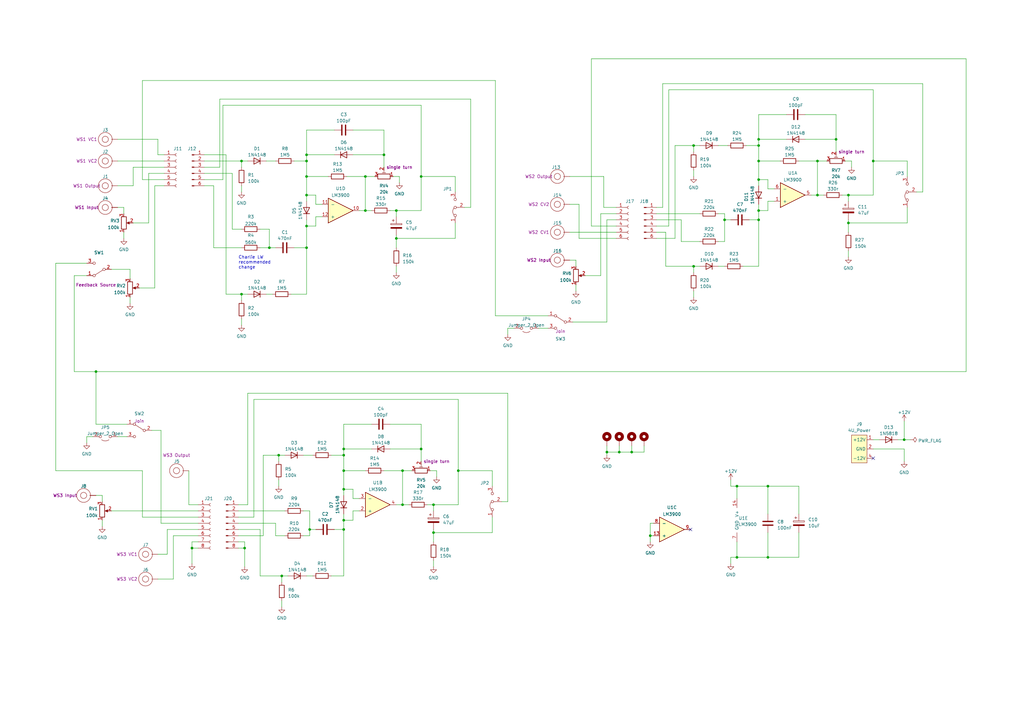
<source format=kicad_sch>
(kicad_sch (version 20230121) (generator eeschema)
  (paper "A3")
  (title_block (title "SergeTriple Waveshaper") (date "2023-10-09") (rev "r02"))
  (junction (at 370.84 180.34))
  (junction (at 248.92 185.42))
  (junction (at 99.06 66.04))
  (junction (at 149.86 72.39))
  (junction (at 127 217.17))
  (junction (at 162.56 97.79))
  (junction (at 311.15 86.36))
  (junction (at 110.49 101.6))
  (junction (at 165.1 207.01))
  (junction (at 125.73 80.01))
  (junction (at 335.28 66.04))
  (junction (at 172.72 184.15))
  (junction (at 311.15 66.04))
  (junction (at 342.9 57.15))
  (junction (at 335.28 80.01))
  (junction (at 115.57 236.22))
  (junction (at 302.26 228.6))
  (junction (at 99.06 120.65))
  (junction (at 114.3 186.69))
  (junction (at 177.8 207.01))
  (junction (at 311.15 73.66))
  (junction (at 149.86 86.36))
  (junction (at 140.97 184.15))
  (junction (at 311.15 59.69))
  (junction (at 162.56 86.36))
  (junction (at 125.73 63.5))
  (junction (at 347.98 91.44))
  (junction (at 157.48 63.5))
  (junction (at 284.48 59.69))
  (junction (at 125.73 92.71))
  (junction (at 177.8 218.44))
  (junction (at 125.73 72.39))
  (junction (at 125.73 101.6))
  (junction (at 311.15 57.15))
  (junction (at 311.15 90.17))
  (junction (at 314.96 199.39))
  (junction (at 358.14 66.04))
  (junction (at 140.97 200.66))
  (junction (at 100.33 224.79))
  (junction (at 187.96 193.04))
  (junction (at 140.97 186.69))
  (junction (at 259.08 185.42))
  (junction (at 302.26 199.39))
  (junction (at 140.97 193.04))
  (junction (at 254 185.42))
  (junction (at 165.1 193.04))
  (junction (at 140.97 217.17))
  (junction (at 140.97 213.36))
  (junction (at 39.37 152.4))
  (junction (at 266.7 219.71))
  (junction (at 78.74 224.79))
  (junction (at 314.96 228.6))
  (junction (at 284.48 109.22))
  (junction (at 125.73 66.04))
  (junction (at 172.72 72.39))
  (junction (at 347.98 80.01))
  (junction (at 297.18 90.17))
  (no_connect (at 283.21 217.17))
  (no_connect (at 358.14 187.96))
  (wire (pts (xy 35.56 179.07) (xy 35.56 181.61)))
  (wire (pts (xy 129.54 80.01) (xy 129.54 83.82)))
  (wire (pts (xy 254 182.88) (xy 254 185.42)))
  (wire (pts (xy 248.92 90.17) (xy 248.92 132.08)))
  (wire (pts (xy 177.8 218.44) (xy 177.8 222.25)))
  (wire (pts (xy 165.1 207.01) (xy 167.64 207.01)))
  (wire (pts (xy 125.73 101.6) (xy 125.73 120.65)))
  (wire (pts (xy 236.22 116.84) (xy 236.22 119.38)))
  (wire (pts (xy 172.72 72.39) (xy 172.72 43.18)))
  (wire (pts (xy 144.78 209.55) (xy 144.78 213.36)))
  (wire (pts (xy 284.48 69.85) (xy 284.48 72.39)))
  (wire (pts (xy 279.4 90.17) (xy 269.24 90.17)))
  (wire (pts (xy 140.97 210.82) (xy 140.97 213.36)))
  (wire (pts (xy 172.72 43.18) (xy 91.44 43.18)))
  (wire (pts (xy 115.57 246.38) (xy 115.57 248.92)))
  (wire (pts (xy 284.48 109.22) (xy 287.02 109.22)))
  (wire (pts (xy 302.26 199.39) (xy 302.26 204.47)))
  (wire (pts (xy 39.37 203.2) (xy 41.91 203.2)))
  (wire (pts (xy 97.79 222.25) (xy 100.33 222.25)))
  (wire (pts (xy 187.96 193.04) (xy 201.93 193.04)))
  (wire (pts (xy 370.84 180.34) (xy 370.84 172.72)))
  (wire (pts (xy 64.77 63.5) (xy 67.31 63.5)))
  (wire (pts (xy 358.14 66.04) (xy 372.11 66.04)))
  (wire (pts (xy 58.42 193.04) (xy 58.42 212.09)))
  (wire (pts (xy 140.97 186.69) (xy 140.97 193.04)))
  (wire (pts (xy 87.63 101.6) (xy 99.06 101.6)))
  (wire (pts (xy 347.98 91.44) (xy 372.11 91.44)))
  (wire (pts (xy 140.97 203.2) (xy 140.97 200.66)))
  (wire (pts (xy 162.56 207.01) (xy 165.1 207.01)))
  (wire (pts (xy 125.73 82.55) (xy 125.73 80.01)))
  (wire (pts (xy 311.15 73.66) (xy 314.96 73.66)))
  (wire (pts (xy 246.38 87.63) (xy 246.38 113.03)))
  (wire (pts (xy 99.06 120.65) (xy 101.6 120.65)))
  (wire (pts (xy 53.34 110.49) (xy 53.34 114.3)))
  (wire (pts (xy 157.48 63.5) (xy 157.48 68.58)))
  (wire (pts (xy 77.47 193.04) (xy 77.47 207.01)))
  (wire (pts (xy 396.24 24.13) (xy 396.24 152.4)))
  (wire (pts (xy 347.98 91.44) (xy 347.98 95.25)))
  (wire (pts (xy 83.82 63.5) (xy 92.71 63.5)))
  (wire (pts (xy 140.97 217.17) (xy 137.16 217.17)))
  (wire (pts (xy 144.78 63.5) (xy 157.48 63.5)))
  (wire (pts (xy 162.56 97.79) (xy 162.56 101.6)))
  (wire (pts (xy 99.06 130.81) (xy 99.06 133.35)))
  (wire (pts (xy 140.97 193.04) (xy 149.86 193.04)))
  (wire (pts (xy 311.15 59.69) (xy 311.15 66.04)))
  (wire (pts (xy 48.26 85.09) (xy 50.8 85.09)))
  (wire (pts (xy 125.73 63.5) (xy 137.16 63.5)))
  (wire (pts (xy 39.37 173.99) (xy 52.07 173.99)))
  (wire (pts (xy 83.82 73.66) (xy 91.44 73.66)))
  (wire (pts (xy 99.06 76.2) (xy 99.06 78.74)))
  (wire (pts (xy 220.98 134.62) (xy 224.79 134.62)))
  (wire (pts (xy 124.46 186.69) (xy 128.27 186.69)))
  (wire (pts (xy 22.86 193.04) (xy 22.86 107.95)))
  (wire (pts (xy 119.38 120.65) (xy 125.73 120.65)))
  (wire (pts (xy 276.86 97.79) (xy 269.24 97.79)))
  (wire (pts (xy 83.82 76.2) (xy 87.63 76.2)))
  (wire (pts (xy 140.97 173.99) (xy 140.97 184.15)))
  (wire (pts (xy 45.72 110.49) (xy 53.34 110.49)))
  (wire (pts (xy 127 217.17) (xy 129.54 217.17)))
  (wire (pts (xy 297.18 87.63) (xy 297.18 90.17)))
  (wire (pts (xy 92.71 120.65) (xy 99.06 120.65)))
  (wire (pts (xy 140.97 236.22) (xy 140.97 217.17)))
  (wire (pts (xy 48.26 76.2) (xy 54.61 76.2)))
  (wire (pts (xy 92.71 63.5) (xy 92.71 120.65)))
  (wire (pts (xy 358.14 180.34) (xy 360.68 180.34)))
  (wire (pts (xy 358.14 66.04) (xy 358.14 36.83)))
  (wire (pts (xy 87.63 76.2) (xy 87.63 101.6)))
  (wire (pts (xy 264.16 185.42) (xy 259.08 185.42)))
  (wire (pts (xy 330.2 57.15) (xy 342.9 57.15)))
  (wire (pts (xy 160.02 173.99) (xy 172.72 173.99)))
  (wire (pts (xy 152.4 173.99) (xy 140.97 173.99)))
  (wire (pts (xy 284.48 59.69) (xy 284.48 62.23)))
  (wire (pts (xy 297.18 90.17) (xy 299.72 90.17)))
  (wire (pts (xy 64.77 227.33) (xy 68.58 227.33)))
  (wire (pts (xy 236.22 106.68) (xy 236.22 109.22)))
  (wire (pts (xy 132.08 88.9) (xy 129.54 88.9)))
  (wire (pts (xy 97.79 209.55) (xy 116.84 209.55)))
  (wire (pts (xy 266.7 214.63) (xy 266.7 219.71)))
  (wire (pts (xy 58.42 212.09) (xy 81.28 212.09)))
  (wire (pts (xy 115.57 236.22) (xy 118.11 236.22)))
  (wire (pts (xy 30.48 152.4) (xy 39.37 152.4)))
  (wire (pts (xy 66.04 214.63) (xy 81.28 214.63)))
  (wire (pts (xy 314.96 82.55) (xy 314.96 86.36)))
  (wire (pts (xy 162.56 96.52) (xy 162.56 97.79)))
  (wire (pts (xy 311.15 86.36) (xy 311.15 90.17)))
  (wire (pts (xy 284.48 59.69) (xy 287.02 59.69)))
  (wire (pts (xy 347.98 80.01) (xy 347.98 82.55)))
  (wire (pts (xy 39.37 152.4) (xy 396.24 152.4)))
  (wire (pts (xy 210.82 134.62) (xy 208.28 134.62)))
  (wire (pts (xy 135.89 236.22) (xy 140.97 236.22)))
  (wire (pts (xy 372.11 91.44) (xy 372.11 85.09)))
  (wire (pts (xy 38.1 179.07) (xy 35.56 179.07)))
  (wire (pts (xy 172.72 184.15) (xy 172.72 189.23)))
  (wire (pts (xy 247.65 85.09) (xy 252.73 85.09)))
  (wire (pts (xy 335.28 80.01) (xy 337.82 80.01)))
  (wire (pts (xy 311.15 57.15) (xy 311.15 59.69)))
  (wire (pts (xy 58.42 193.04) (xy 22.86 193.04)))
  (wire (pts (xy 83.82 71.12) (xy 95.25 71.12)))
  (wire (pts (xy 187.96 207.01) (xy 187.96 193.04)))
  (wire (pts (xy 157.48 193.04) (xy 165.1 193.04)))
  (wire (pts (xy 129.54 92.71) (xy 125.73 92.71)))
  (wire (pts (xy 267.97 214.63) (xy 266.7 214.63)))
  (wire (pts (xy 242.57 24.13) (xy 396.24 24.13)))
  (wire (pts (xy 144.78 213.36) (xy 140.97 213.36)))
  (wire (pts (xy 68.58 217.17) (xy 68.58 227.33)))
  (wire (pts (xy 125.73 236.22) (xy 128.27 236.22)))
  (wire (pts (xy 22.86 107.95) (xy 35.56 107.95)))
  (wire (pts (xy 314.96 218.44) (xy 314.96 228.6)))
  (wire (pts (xy 311.15 57.15) (xy 322.58 57.15)))
  (wire (pts (xy 58.42 33.02) (xy 58.42 73.66)))
  (wire (pts (xy 95.25 71.12) (xy 95.25 93.98)))
  (wire (pts (xy 114.3 186.69) (xy 114.3 189.23)))
  (wire (pts (xy 254 185.42) (xy 248.92 185.42)))
  (wire (pts (xy 299.72 228.6) (xy 299.72 231.14)))
  (wire (pts (xy 160.02 86.36) (xy 162.56 86.36)))
  (wire (pts (xy 100.33 222.25) (xy 100.33 224.79)))
  (wire (pts (xy 187.96 163.83) (xy 104.14 163.83)))
  (wire (pts (xy 77.47 207.01) (xy 81.28 207.01)))
  (wire (pts (xy 54.61 76.2) (xy 54.61 68.58)))
  (wire (pts (xy 314.96 199.39) (xy 327.66 199.39)))
  (wire (pts (xy 233.68 95.25) (xy 252.73 95.25)))
  (wire (pts (xy 284.48 119.38) (xy 284.48 121.92)))
  (wire (pts (xy 172.72 72.39) (xy 186.69 72.39)))
  (wire (pts (xy 45.72 209.55) (xy 81.28 209.55)))
  (wire (pts (xy 304.8 109.22) (xy 311.15 109.22)))
  (wire (pts (xy 248.92 90.17) (xy 252.73 90.17)))
  (wire (pts (xy 248.92 182.88) (xy 248.92 185.42)))
  (wire (pts (xy 269.24 87.63) (xy 287.02 87.63)))
  (wire (pts (xy 186.69 97.79) (xy 186.69 91.44)))
  (wire (pts (xy 322.58 46.99) (xy 311.15 46.99)))
  (wire (pts (xy 41.91 203.2) (xy 41.91 205.74)))
  (wire (pts (xy 203.2 33.02) (xy 203.2 129.54)))
  (wire (pts (xy 100.33 224.79) (xy 100.33 232.41)))
  (wire (pts (xy 57.15 118.11) (xy 63.5 118.11)))
  (wire (pts (xy 233.68 72.39) (xy 247.65 72.39)))
  (wire (pts (xy 83.82 66.04) (xy 99.06 66.04)))
  (wire (pts (xy 107.95 186.69) (xy 114.3 186.69)))
  (wire (pts (xy 162.56 86.36) (xy 162.56 88.9)))
  (wire (pts (xy 242.57 24.13) (xy 242.57 92.71)))
  (wire (pts (xy 54.61 91.44) (xy 60.96 91.44)))
  (wire (pts (xy 110.49 101.6) (xy 113.03 101.6)))
  (wire (pts (xy 311.15 66.04) (xy 320.04 66.04)))
  (wire (pts (xy 106.68 101.6) (xy 110.49 101.6)))
  (wire (pts (xy 294.64 109.22) (xy 297.18 109.22)))
  (wire (pts (xy 335.28 66.04) (xy 335.28 80.01)))
  (wire (pts (xy 276.86 59.69) (xy 276.86 97.79)))
  (wire (pts (xy 67.31 73.66) (xy 58.42 73.66)))
  (wire (pts (xy 349.25 66.04) (xy 346.71 66.04)))
  (wire (pts (xy 358.14 184.15) (xy 370.84 184.15)))
  (wire (pts (xy 124.46 209.55) (xy 127 209.55)))
  (wire (pts (xy 99.06 120.65) (xy 99.06 123.19)))
  (wire (pts (xy 370.84 184.15) (xy 370.84 189.23)))
  (wire (pts (xy 140.97 193.04) (xy 140.97 200.66)))
  (wire (pts (xy 311.15 109.22) (xy 311.15 90.17)))
  (wire (pts (xy 163.83 72.39) (xy 161.29 72.39)))
  (wire (pts (xy 78.74 222.25) (xy 78.74 224.79)))
  (wire (pts (xy 271.78 34.29) (xy 378.46 34.29)))
  (wire (pts (xy 149.86 86.36) (xy 152.4 86.36)))
  (wire (pts (xy 60.96 71.12) (xy 60.96 91.44)))
  (wire (pts (xy 271.78 85.09) (xy 271.78 34.29)))
  (wire (pts (xy 106.68 236.22) (xy 115.57 236.22)))
  (wire (pts (xy 314.96 86.36) (xy 311.15 86.36)))
  (wire (pts (xy 157.48 53.34) (xy 157.48 63.5)))
  (wire (pts (xy 302.26 228.6) (xy 314.96 228.6)))
  (wire (pts (xy 144.78 53.34) (xy 157.48 53.34)))
  (wire (pts (xy 58.42 33.02) (xy 203.2 33.02)))
  (wire (pts (xy 95.25 93.98) (xy 99.06 93.98)))
  (wire (pts (xy 327.66 218.44) (xy 327.66 228.6)))
  (wire (pts (xy 190.5 85.09) (xy 193.04 85.09)))
  (wire (pts (xy 314.96 73.66) (xy 314.96 77.47)))
  (wire (pts (xy 50.8 85.09) (xy 50.8 87.63)))
  (wire (pts (xy 269.24 95.25) (xy 273.05 95.25)))
  (wire (pts (xy 342.9 46.99) (xy 342.9 57.15)))
  (wire (pts (xy 125.73 66.04) (xy 125.73 72.39)))
  (wire (pts (xy 142.24 72.39) (xy 149.86 72.39)))
  (wire (pts (xy 266.7 219.71) (xy 266.7 222.25)))
  (wire (pts (xy 147.32 209.55) (xy 144.78 209.55)))
  (wire (pts (xy 66.04 176.53) (xy 66.04 214.63)))
  (wire (pts (xy 97.79 212.09) (xy 104.14 212.09)))
  (wire (pts (xy 294.64 59.69) (xy 298.45 59.69)))
  (wire (pts (xy 127 209.55) (xy 127 217.17)))
  (wire (pts (xy 297.18 90.17) (xy 297.18 99.06)))
  (wire (pts (xy 97.79 214.63) (xy 113.03 214.63)))
  (wire (pts (xy 179.07 195.58) (xy 179.07 193.04)))
  (wire (pts (xy 48.26 66.04) (xy 67.31 66.04)))
  (wire (pts (xy 240.03 113.03) (xy 246.38 113.03)))
  (wire (pts (xy 62.23 176.53) (xy 66.04 176.53)))
  (wire (pts (xy 311.15 90.17) (xy 307.34 90.17)))
  (wire (pts (xy 179.07 193.04) (xy 176.53 193.04)))
  (wire (pts (xy 266.7 219.71) (xy 267.97 219.71)))
  (wire (pts (xy 233.68 106.68) (xy 236.22 106.68)))
  (wire (pts (xy 147.32 86.36) (xy 149.86 86.36)))
  (wire (pts (xy 233.68 83.82) (xy 237.49 83.82)))
  (wire (pts (xy 140.97 213.36) (xy 140.97 217.17)))
  (wire (pts (xy 242.57 92.71) (xy 252.73 92.71)))
  (wire (pts (xy 124.46 219.71) (xy 127 219.71)))
  (wire (pts (xy 248.92 185.42) (xy 248.92 186.69)))
  (wire (pts (xy 30.48 113.03) (xy 35.56 113.03)))
  (wire (pts (xy 284.48 109.22) (xy 284.48 111.76)))
  (wire (pts (xy 104.14 163.83) (xy 104.14 212.09)))
  (wire (pts (xy 335.28 66.04) (xy 339.09 66.04)))
  (wire (pts (xy 106.68 93.98) (xy 110.49 93.98)))
  (wire (pts (xy 347.98 90.17) (xy 347.98 91.44)))
  (wire (pts (xy 101.6 161.29) (xy 101.6 207.01)))
  (wire (pts (xy 237.49 83.82) (xy 237.49 97.79)))
  (wire (pts (xy 127 217.17) (xy 127 219.71)))
  (wire (pts (xy 187.96 193.04) (xy 187.96 163.83)))
  (wire (pts (xy 78.74 224.79) (xy 81.28 224.79)))
  (wire (pts (xy 358.14 80.01) (xy 358.14 66.04)))
  (wire (pts (xy 144.78 200.66) (xy 144.78 204.47)))
  (wire (pts (xy 264.16 182.88) (xy 264.16 185.42)))
  (wire (pts (xy 294.64 99.06) (xy 297.18 99.06)))
  (wire (pts (xy 203.2 129.54) (xy 224.79 129.54)))
  (wire (pts (xy 314.96 228.6) (xy 327.66 228.6)))
  (wire (pts (xy 317.5 82.55) (xy 314.96 82.55)))
  (wire (pts (xy 358.14 36.83) (xy 274.32 36.83)))
  (wire (pts (xy 125.73 53.34) (xy 125.73 63.5)))
  (wire (pts (xy 378.46 34.29) (xy 378.46 78.74)))
  (wire (pts (xy 135.89 186.69) (xy 140.97 186.69)))
  (wire (pts (xy 125.73 90.17) (xy 125.73 92.71)))
  (wire (pts (xy 332.74 80.01) (xy 335.28 80.01)))
  (wire (pts (xy 41.91 213.36) (xy 41.91 215.9)))
  (wire (pts (xy 269.24 85.09) (xy 271.78 85.09)))
  (wire (pts (xy 140.97 184.15) (xy 152.4 184.15)))
  (wire (pts (xy 208.28 161.29) (xy 208.28 205.74)))
  (wire (pts (xy 177.8 207.01) (xy 177.8 209.55)))
  (wire (pts (xy 90.17 40.64) (xy 90.17 68.58)))
  (wire (pts (xy 64.77 237.49) (xy 71.12 237.49)))
  (wire (pts (xy 78.74 224.79) (xy 78.74 231.14)))
  (wire (pts (xy 30.48 152.4) (xy 30.48 113.03)))
  (wire (pts (xy 99.06 66.04) (xy 101.6 66.04)))
  (wire (pts (xy 110.49 101.6) (xy 110.49 93.98)))
  (wire (pts (xy 107.95 186.69) (xy 107.95 219.71)))
  (wire (pts (xy 370.84 180.34) (xy 373.38 180.34)))
  (wire (pts (xy 177.8 218.44) (xy 201.93 218.44)))
  (wire (pts (xy 120.65 101.6) (xy 125.73 101.6)))
  (wire (pts (xy 114.3 186.69) (xy 116.84 186.69)))
  (wire (pts (xy 327.66 199.39) (xy 327.66 210.82)))
  (wire (pts (xy 311.15 46.99) (xy 311.15 57.15)))
  (wire (pts (xy 81.28 219.71) (xy 71.12 219.71)))
  (wire (pts (xy 175.26 207.01) (xy 177.8 207.01)))
  (wire (pts (xy 368.3 180.34) (xy 370.84 180.34)))
  (wire (pts (xy 48.26 57.15) (xy 64.77 57.15)))
  (wire (pts (xy 140.97 200.66) (xy 144.78 200.66)))
  (wire (pts (xy 247.65 72.39) (xy 247.65 85.09)))
  (wire (pts (xy 299.72 228.6) (xy 302.26 228.6)))
  (wire (pts (xy 91.44 43.18) (xy 91.44 73.66)))
  (wire (pts (xy 345.44 80.01) (xy 347.98 80.01)))
  (wire (pts (xy 114.3 196.85) (xy 114.3 199.39)))
  (wire (pts (xy 109.22 66.04) (xy 113.03 66.04)))
  (wire (pts (xy 314.96 199.39) (xy 314.96 210.82)))
  (wire (pts (xy 311.15 83.82) (xy 311.15 86.36)))
  (wire (pts (xy 97.79 207.01) (xy 101.6 207.01)))
  (wire (pts (xy 302.26 222.25) (xy 302.26 228.6)))
  (wire (pts (xy 149.86 72.39) (xy 149.86 86.36)))
  (wire (pts (xy 132.08 83.82) (xy 129.54 83.82)))
  (wire (pts (xy 237.49 97.79) (xy 252.73 97.79)))
  (wire (pts (xy 97.79 219.71) (xy 107.95 219.71)))
  (wire (pts (xy 165.1 193.04) (xy 165.1 207.01)))
  (wire (pts (xy 162.56 109.22) (xy 162.56 111.76)))
  (wire (pts (xy 177.8 217.17) (xy 177.8 218.44)))
  (wire (pts (xy 115.57 236.22) (xy 115.57 238.76)))
  (wire (pts (xy 234.95 132.08) (xy 248.92 132.08)))
  (wire (pts (xy 160.02 184.15) (xy 172.72 184.15)))
  (wire (pts (xy 306.07 59.69) (xy 311.15 59.69)))
  (wire (pts (xy 81.28 217.17) (xy 68.58 217.17)))
  (wire (pts (xy 311.15 66.04) (xy 311.15 73.66)))
  (wire (pts (xy 48.26 179.07) (xy 52.07 179.07)))
  (wire (pts (xy 299.72 199.39) (xy 302.26 199.39)))
  (wire (pts (xy 53.34 121.92) (xy 53.34 124.46)))
  (wire (pts (xy 375.92 78.74) (xy 378.46 78.74)))
  (wire (pts (xy 140.97 184.15) (xy 140.97 186.69)))
  (wire (pts (xy 149.86 72.39) (xy 153.67 72.39)))
  (wire (pts (xy 109.22 120.65) (xy 111.76 120.65)))
  (wire (pts (xy 205.74 205.74) (xy 208.28 205.74)))
  (wire (pts (xy 299.72 196.85) (xy 299.72 199.39)))
  (wire (pts (xy 201.93 218.44) (xy 201.93 212.09)))
  (wire (pts (xy 193.04 40.64) (xy 193.04 85.09)))
  (wire (pts (xy 172.72 86.36) (xy 172.72 72.39)))
  (wire (pts (xy 172.72 173.99) (xy 172.72 184.15)))
  (wire (pts (xy 163.83 74.93) (xy 163.83 72.39)))
  (wire (pts (xy 125.73 92.71) (xy 125.73 101.6)))
  (wire (pts (xy 259.08 182.88) (xy 259.08 185.42)))
  (wire (pts (xy 274.32 36.83) (xy 274.32 92.71)))
  (wire (pts (xy 294.64 87.63) (xy 297.18 87.63)))
  (wire (pts (xy 349.25 68.58) (xy 349.25 66.04)))
  (wire (pts (xy 99.06 66.04) (xy 99.06 68.58)))
  (wire (pts (xy 54.61 68.58) (xy 67.31 68.58)))
  (wire (pts (xy 125.73 80.01) (xy 129.54 80.01)))
  (wire (pts (xy 177.8 229.87) (xy 177.8 232.41)))
  (wire (pts (xy 113.03 214.63) (xy 113.03 219.71)))
  (wire (pts (xy 63.5 76.2) (xy 63.5 118.11)))
  (wire (pts (xy 177.8 207.01) (xy 187.96 207.01)))
  (wire (pts (xy 162.56 97.79) (xy 186.69 97.79)))
  (wire (pts (xy 327.66 66.04) (xy 335.28 66.04)))
  (wire (pts (xy 39.37 152.4) (xy 39.37 173.99)))
  (wire (pts (xy 259.08 185.42) (xy 254 185.42)))
  (wire (pts (xy 97.79 224.79) (xy 100.33 224.79)))
  (wire (pts (xy 60.96 71.12) (xy 67.31 71.12)))
  (wire (pts (xy 372.11 66.04) (xy 372.11 72.39)))
  (wire (pts (xy 125.73 63.5) (xy 125.73 66.04)))
  (wire (pts (xy 162.56 86.36) (xy 172.72 86.36)))
  (wire (pts (xy 208.28 134.62) (xy 208.28 137.16)))
  (wire (pts (xy 186.69 72.39) (xy 186.69 78.74)))
  (wire (pts (xy 106.68 217.17) (xy 106.68 236.22)))
  (wire (pts (xy 246.38 87.63) (xy 252.73 87.63)))
  (wire (pts (xy 273.05 95.25) (xy 273.05 109.22)))
  (wire (pts (xy 125.73 72.39) (xy 125.73 80.01)))
  (wire (pts (xy 342.9 57.15) (xy 342.9 62.23)))
  (wire (pts (xy 125.73 72.39) (xy 134.62 72.39)))
  (wire (pts (xy 71.12 219.71) (xy 71.12 237.49)))
  (wire (pts (xy 63.5 76.2) (xy 67.31 76.2)))
  (wire (pts (xy 279.4 90.17) (xy 279.4 99.06)))
  (wire (pts (xy 302.26 199.39) (xy 314.96 199.39)))
  (wire (pts (xy 147.32 204.47) (xy 144.78 204.47)))
  (wire (pts (xy 347.98 102.87) (xy 347.98 105.41)))
  (wire (pts (xy 137.16 53.34) (xy 125.73 53.34)))
  (wire (pts (xy 279.4 99.06) (xy 287.02 99.06)))
  (wire (pts (xy 273.05 109.22) (xy 284.48 109.22)))
  (wire (pts (xy 81.28 222.25) (xy 78.74 222.25)))
  (wire (pts (xy 90.17 40.64) (xy 193.04 40.64)))
  (wire (pts (xy 50.8 95.25) (xy 50.8 97.79)))
  (wire (pts (xy 317.5 77.47) (xy 314.96 77.47)))
  (wire (pts (xy 276.86 59.69) (xy 284.48 59.69)))
  (wire (pts (xy 274.32 92.71) (xy 269.24 92.71)))
  (wire (pts (xy 97.79 217.17) (xy 106.68 217.17)))
  (wire (pts (xy 120.65 66.04) (xy 125.73 66.04)))
  (wire (pts (xy 201.93 193.04) (xy 201.93 199.39)))
  (wire (pts (xy 330.2 46.99) (xy 342.9 46.99)))
  (wire (pts (xy 165.1 193.04) (xy 168.91 193.04)))
  (wire (pts (xy 101.6 161.29) (xy 208.28 161.29)))
  (wire (pts (xy 311.15 76.2) (xy 311.15 73.66)))
  (wire (pts (xy 64.77 57.15) (xy 64.77 63.5)))
  (wire (pts (xy 129.54 88.9) (xy 129.54 92.71)))
  (wire (pts (xy 113.03 219.71) (xy 116.84 219.71)))
  (wire (pts (xy 347.98 80.01) (xy 358.14 80.01)))
  (wire (pts (xy 83.82 68.58) (xy 90.17 68.58)))
  (text "Charlie LW\nrecommended\nchange" (at 97.79 110.49 0) (effects (font (size 1.27 1.27)) (justify left bottom)))
  (symbol (lib_id "power:GND") (at 248.92 186.69 0) (unit 1)
    (property "Reference" "#PWR0101" (effects hide))
    (property "Value" "GND" (at 248.92 191.2525 0))
  )
  (symbol (lib_id "power:GND") (at 236.22 119.38 0) (unit 1)
    (property "Reference" "#PWR012" (effects hide))
    (property "Value" "GND" (at 236.22 123.9425 0))
  )
  (symbol (lib_id "Switch:SW_SPDT") (at 229.87 132.08 0) (mirror y) (unit 1)
    (property "Reference" "SW3" (at 229.87 138.9675 0))
    (property "Value" "SW_SPDT" (effects hide))
    (property "Footprint" "Rumblesan_Standard_Parts:Toggle_Switch_100SP-M2" (effects hide))
    (property "Name" "Join" (at 229.87 135.89 0))
  )
  (symbol (lib_id "Rumblesan Standard Parts:R") (at 323.85 66.04 270) (unit 1)
    (property "Reference" "R25" (at 323.85 60.96 90))
    (property "Value" "1M5" (at 323.85 63.5 90))
    (property "Footprint" "Rumblesan_Standard_Parts:R_Axial_DIN0207_L6.3mm_D2.5mm_P10.16mm_Horizontal" (effects hide))
    (property "Tolerance" "1%" (effects hide))
    (property "Power" "0.5W" (effects hide))
    (property "Spec" "metal film" (effects hide))
  )
  (symbol (lib_id "power:PWR_FLAG") (at 373.38 180.34 270) (unit 1)
    (property "Reference" "#FLG01" (effects hide))
    (property "Value" "PWR_FLAG" (at 376.555 180.7738 90) (effects (justify left)))
  )
  (symbol (lib_id "Device:D") (at 120.65 186.69 180) (unit 1)
    (property "Reference" "D3" (at 120.65 181.61 0))
    (property "Value" "1N4148" (at 120.65 184.15 0))
    (property "Footprint" "Rumblesan_Standard_Parts:D_DO-35_SOD27_P7.62mm_Horizontal" (effects hide))
    (property "Sim.Device" "D" (effects hide))
    (property "Sim.Pins" "1=K 2=A" (effects hide))
  )
  (symbol (lib_id "Rumblesan Standard Parts:R") (at 116.84 66.04 270) (unit 1)
    (property "Reference" "R8" (at 116.84 60.96 90))
    (property "Value" "1M5" (at 116.84 63.5 90))
    (property "Footprint" "Rumblesan_Standard_Parts:R_Axial_DIN0207_L6.3mm_D2.5mm_P10.16mm_Horizontal" (effects hide))
    (property "Tolerance" "1%" (effects hide))
    (property "Power" "0.5W" (effects hide))
    (property "Spec" "metal film" (effects hide))
  )
  (symbol (lib_id "power:+12V") (at 299.72 196.85 0) (unit 1)
    (property "Reference" "#PWR015" (effects hide))
    (property "Value" "+12V" (at 299.72 193.2455 0))
  )
  (symbol (lib_id "power:GND") (at 347.98 105.41 0) (unit 1)
    (property "Reference" "#PWR017" (effects hide))
    (property "Value" "GND" (at 347.98 109.9725 0))
  )
  (symbol (lib_name "Jumper_3_Bridged12_1") (lib_id "Jumper:Jumper_3_Bridged12") (at 372.11 78.74 90) (unit 1)
    (property "Reference" "JP3" (at 370.84 71.12 90) (effects (justify left)))
    (property "Value" "Jumper_3_Bridged12" (effects hide))
    (property "Footprint" "Connector_PinHeader_2.54mm:PinHeader_1x03_P2.54mm_Vertical" (effects hide))
  )
  (symbol (lib_id "Banana_Jacks:Banana_Socket_PanelMount") (at 43.18 66.04 0) (unit 1)
    (property "Reference" "J2" (at 43.18 62.23 0))
    (property "Value" "Banana Socket PanelMount" (effects hide))
    (property "Footprint" "Rumblesan_Standard_Parts:BananaJack_THT_JohnsonCinch_108-09" (effects hide))
    (property "Vendor" "Mouser" (effects hide))
    (property "SKU" "108-0901-1" (effects hide))
    (property "Note" "BananaJack" (effects hide))
    (property "Name" "WS1 VC2" (at 35.56 66.04 0))
  )
  (symbol (lib_id "Connector:Conn_01x06_Pin") (at 78.74 68.58 0) (unit 1)
    (property "Reference" "J12" (at 78.74 60.96 0))
    (property "Value" "Conn_01x06_Male" (effects hide))
    (property "Footprint" "Connector_PinHeader_2.54mm:PinHeader_1x06_P2.54mm_Vertical" (effects hide))
  )
  (symbol (lib_id "Banana_Jacks:Banana_Socket_PanelMount") (at 72.39 193.04 0) (unit 1)
    (property "Reference" "J5" (at 73.66 189.23 0) (effects (justify right)))
    (property "Value" "Banana Socket PanelMount" (effects hide))
    (property "Footprint" "Rumblesan_Standard_Parts:BananaJack_THT_JohnsonCinch_108-09" (effects hide))
    (property "Vendor" "Mouser" (effects hide))
    (property "SKU" "108-0901-1" (effects hide))
    (property "Note" "BananaJack" (effects hide))
    (property "Name" "WS3 Output" (at 72.39 186.69 0))
  )
  (symbol (lib_id "power:+12V") (at 370.84 172.72 0) (unit 1)
    (property "Reference" "#PWR019" (effects hide))
    (property "Value" "+12V" (at 370.84 169.1155 0))
  )
  (symbol (lib_id "Device:D") (at 121.92 236.22 180) (unit 1)
    (property "Reference" "D4" (at 121.92 231.14 0))
    (property "Value" "1N4148" (at 121.92 233.68 0))
    (property "Footprint" "Rumblesan_Standard_Parts:D_DO-35_SOD27_P7.62mm_Horizontal" (effects hide))
    (property "Sim.Device" "D" (effects hide))
    (property "Sim.Pins" "1=K 2=A" (effects hide))
  )
  (symbol (lib_id "power:GND") (at 115.57 248.92 0) (unit 1)
    (property "Reference" "#PWR07" (effects hide))
    (property "Value" "GND" (at 115.57 253.4825 0))
  )
  (symbol (lib_id "Banana_Jacks:Banana_Socket_PanelMount") (at 59.69 227.33 0) (unit 1)
    (property "Reference" "J7" (at 59.69 223.52 0))
    (property "Value" "Banana Socket PanelMount" (effects hide))
    (property "Footprint" "Rumblesan_Standard_Parts:BananaJack_THT_JohnsonCinch_108-09" (effects hide))
    (property "Vendor" "Mouser" (effects hide))
    (property "SKU" "108-0901-1" (effects hide))
    (property "Note" "BananaJack" (effects hide))
    (property "Name" "WS3 VC1" (at 52.07 227.33 0))
  )
  (symbol (lib_id "power:GND") (at 50.8 97.79 0) (unit 1)
    (property "Reference" "#PWR03" (effects hide))
    (property "Value" "GND" (at 50.8 102.3525 0))
  )
  (symbol (lib_id "Rumblesan Standard Parts:R") (at 300.99 109.22 270) (unit 1)
    (property "Reference" "R23" (at 300.99 104.14 90))
    (property "Value" "1M5" (at 300.99 106.68 90))
    (property "Footprint" "Rumblesan_Standard_Parts:R_Axial_DIN0207_L6.3mm_D2.5mm_P10.16mm_Horizontal" (effects hide))
    (property "Tolerance" "1%" (effects hide))
    (property "Power" "0.5W" (effects hide))
    (property "Spec" "metal film" (effects hide))
  )
  (symbol (lib_id "power:GND") (at 284.48 72.39 0) (unit 1)
    (property "Reference" "#PWR013" (effects hide))
    (property "Value" "GND" (at 284.48 76.9525 0))
  )
  (symbol (lib_id "Banana_Jacks:Banana_Socket_PanelMount") (at 228.6 95.25 0) (unit 1)
    (property "Reference" "J15" (at 228.6 91.44 0))
    (property "Value" "Banana Socket PanelMount" (effects hide))
    (property "Footprint" "Rumblesan_Standard_Parts:BananaJack_THT_JohnsonCinch_108-09" (effects hide))
    (property "Vendor" "Mouser" (effects hide))
    (property "SKU" "108-0901-1" (effects hide))
    (property "Note" "BananaJack" (effects hide))
    (property "Name" "WS2 CV1" (at 220.98 95.25 0))
  )
  (symbol (lib_id "Connector:Conn_01x06_Socket") (at 72.39 68.58 0) (unit 1)
    (property "Reference" "J11" (at 71.12 60.96 0) (effects (justify left)))
    (property "Value" "Conn_01x06_Female" (effects hide))
    (property "Footprint" "Connector_PinSocket_2.54mm:PinSocket_1x06_P2.54mm_Vertical" (effects hide))
  )
  (symbol (lib_id "Rumblesan Standard Parts:C") (at 314.96 214.63 0) (unit 1)
    (property "Reference" "C8" (at 318.77 213.995 0) (effects (justify left)))
    (property "Value" "100nF" (at 318.77 216.535 0) (effects (justify left)))
    (property "Footprint" "Rumblesan_Standard_Parts:C_Rect_L7.0mm_W3.5mm_P5.00mm" (effects hide))
    (property "Spec" "ceramic X7R" (effects hide))
    (property "Tolerance" "5%" (effects hide))
  )
  (symbol (lib_id "Switch:SW_SPDT") (at 40.64 110.49 180) (unit 1)
    (property "Reference" "SW1" (at 40.64 103.6025 0))
    (property "Value" "SW_SPDT" (effects hide))
    (property "Footprint" "Rumblesan_Standard_Parts:Toggle_Switch_100SP-M2" (effects hide))
    (property "Name" "Feedback Source" (at 39.37 116.84 0))
  )
  (symbol (lib_id "Rumblesan Standard Parts:C") (at 116.84 101.6 90) (unit 1)
    (property "Reference" "C1" (at 116.84 95.25 90))
    (property "Value" "470nF" (at 116.84 97.79 90))
    (property "Footprint" "Capacitor_THT:C_Rect_L7.2mm_W8.5mm_P5.00mm_FKP2_FKP2_MKS2_MKP2" (effects hide))
    (property "Spec" "film" (effects hide))
    (property "Tolerance" "5%" (effects hide))
  )
  (symbol (lib_id "Banana_Jacks:Banana_Socket_PanelMount") (at 43.18 76.2 0) (unit 1)
    (property "Reference" "J1" (at 44.45 72.39 0) (effects (justify right)))
    (property "Value" "Banana Socket PanelMount" (effects hide))
    (property "Footprint" "Rumblesan_Standard_Parts:BananaJack_THT_JohnsonCinch_108-09" (effects hide))
    (property "Vendor" "Mouser" (effects hide))
    (property "SKU" "108-0901-1" (effects hide))
    (property "Note" "BananaJack" (effects hide))
    (property "Name" "WS1 Output" (at 35.56 76.2 0))
  )
  (symbol (lib_id "Rumblesan Standard Parts:R") (at 138.43 72.39 270) (unit 1)
    (property "Reference" "R13" (at 138.43 67.31 90))
    (property "Value" "1M5" (at 138.43 69.85 90))
    (property "Footprint" "Rumblesan_Standard_Parts:R_Axial_DIN0207_L6.3mm_D2.5mm_P10.16mm_Horizontal" (effects hide))
    (property "Tolerance" "1%" (effects hide))
    (property "Power" "0.5W" (effects hide))
    (property "Spec" "metal film" (effects hide))
  )
  (symbol (lib_id "Device:D") (at 290.83 59.69 180) (unit 1)
    (property "Reference" "D9" (at 290.83 54.61 0))
    (property "Value" "1N4148" (at 290.83 57.15 0))
    (property "Footprint" "Rumblesan_Standard_Parts:D_DO-35_SOD27_P7.62mm_Horizontal" (effects hide))
    (property "Sim.Device" "D" (effects hide))
    (property "Sim.Pins" "1=K 2=A" (effects hide))
  )
  (symbol (lib_id "Device:D") (at 156.21 184.15 0) (unit 1)
    (property "Reference" "D8" (at 156.21 179.07 0))
    (property "Value" "1N4148" (at 156.21 181.61 0))
    (property "Footprint" "Rumblesan_Standard_Parts:D_DO-35_SOD27_P7.62mm_Horizontal" (effects hide))
    (property "Sim.Device" "D" (effects hide))
    (property "Sim.Pins" "1=K 2=A" (effects hide))
  )
  (symbol (lib_id "Banana_Jacks:Banana_Socket_PanelMount") (at 43.18 57.15 0) (unit 1)
    (property "Reference" "J3" (at 43.18 53.34 0))
    (property "Value" "Banana Socket PanelMount" (effects hide))
    (property "Footprint" "Rumblesan_Standard_Parts:BananaJack_THT_JohnsonCinch_108-09" (effects hide))
    (property "Vendor" "Mouser" (effects hide))
    (property "SKU" "108-0901-1" (effects hide))
    (property "Note" "BananaJack" (effects hide))
    (property "Name" "WS1 VC1" (at 35.56 57.15 0))
  )
  (symbol (lib_id "power:GND") (at 177.8 232.41 0) (unit 1)
    (property "Reference" "#PWR010" (effects hide))
    (property "Value" "GND" (at 177.8 236.9725 0))
  )
  (symbol (lib_id "Mechanical:MountingHole_Pad") (at 264.16 180.34 0) (unit 1) (in_bom no)
    (property "Reference" "H4" (effects hide))
    (property "Value" "MountingHole_Pad" (effects hide))
    (property "Footprint" "MountingHole:MountingHole_3.2mm_M3_Pad" (effects hide))
  )
  (symbol (lib_id "Rumblesan Standard Parts:R") (at 347.98 99.06 0) (unit 1)
    (property "Reference" "R27" (at 350.52 98.425 0) (effects (justify left)))
    (property "Value" "150k" (at 350.52 100.965 0) (effects (justify left)))
    (property "Footprint" "Rumblesan_Standard_Parts:R_Axial_DIN0207_L6.3mm_D2.5mm_P10.16mm_Horizontal" (effects hide))
    (property "Tolerance" "1%" (effects hide))
    (property "Power" "0.5W" (effects hide))
    (property "Spec" "metal film" (effects hide))
  )
  (symbol (lib_id "Banana_Jacks:Banana_Socket_PanelMount") (at 228.6 72.39 0) (unit 1)
    (property "Reference" "J13" (at 229.87 68.58 0) (effects (justify right)))
    (property "Value" "Banana Socket PanelMount" (effects hide))
    (property "Footprint" "Rumblesan_Standard_Parts:BananaJack_THT_JohnsonCinch_108-09" (effects hide))
    (property "Vendor" "Mouser" (effects hide))
    (property "SKU" "108-0901-1" (effects hide))
    (property "Note" "BananaJack" (effects hide))
    (property "Name" "WS2 Output" (at 220.98 72.39 0))
  )
  (symbol (lib_id "Device:D") (at 125.73 86.36 90) (unit 1)
    (property "Reference" "D5" (at 120.65 85.09 0) (effects (justify right)))
    (property "Value" "1N4148" (at 123.19 82.55 0) (effects (justify right)))
    (property "Footprint" "Rumblesan_Standard_Parts:D_DO-35_SOD27_P7.62mm_Horizontal" (effects hide))
    (property "Sim.Device" "D" (effects hide))
    (property "Sim.Pins" "1=K 2=A" (effects hide))
  )
  (symbol (lib_id "Device:D") (at 140.97 207.01 90) (unit 1)
    (property "Reference" "D7" (at 135.89 205.74 0) (effects (justify right)))
    (property "Value" "1N4148" (at 138.43 203.2 0) (effects (justify right)))
    (property "Footprint" "Rumblesan_Standard_Parts:D_DO-35_SOD27_P7.62mm_Horizontal" (effects hide))
    (property "Sim.Device" "D" (effects hide))
    (property "Sim.Pins" "1=K 2=A" (effects hide))
  )
  (symbol (lib_id "Rumblesan Standard Parts:R_Potentiometer_Trim") (at 342.9 66.04 270) (mirror x) (unit 1)
    (property "Reference" "RV7" (at 342.9 69.85 90))
    (property "Value" "20k" (at 342.9 72.39 90))
    (property "Footprint" "Rumblesan_Standard_Parts:Potentiometer_THT_Bourns_3306P_Vertical" (effects hide))
    (property "Spec" "single turn" (at 349.25 62.23 90))
  )
  (symbol (lib_id "Banana_Jacks:Banana_Socket_PanelMount") (at 59.69 237.49 0) (unit 1)
    (property "Reference" "J6" (at 59.69 233.68 0))
    (property "Value" "Banana Socket PanelMount" (effects hide))
    (property "Footprint" "Rumblesan_Standard_Parts:BananaJack_THT_JohnsonCinch_108-09" (effects hide))
    (property "Vendor" "Mouser" (effects hide))
    (property "SKU" "108-0901-1" (effects hide))
    (property "Note" "BananaJack" (effects hide))
    (property "Name" "WS3 VC2" (at 52.07 237.49 0))
  )
  (symbol (lib_id "Rumblesan Standard Parts:R") (at 120.65 209.55 270) (unit 1)
    (property "Reference" "R9" (at 120.65 204.47 90))
    (property "Value" "220k" (at 120.65 207.01 90))
    (property "Footprint" "Rumblesan_Standard_Parts:R_Axial_DIN0207_L6.3mm_D2.5mm_P10.16mm_Horizontal" (effects hide))
    (property "Tolerance" "1%" (effects hide))
    (property "Power" "0.5W" (effects hide))
    (property "Spec" "metal film" (effects hide))
  )
  (symbol (lib_id "Rumblesan Standard Parts:R") (at 132.08 236.22 270) (unit 1)
    (property "Reference" "R11" (at 132.08 231.14 90))
    (property "Value" "1M5" (at 132.08 233.68 90))
    (property "Footprint" "Rumblesan_Standard_Parts:R_Axial_DIN0207_L6.3mm_D2.5mm_P10.16mm_Horizontal" (effects hide))
    (property "Tolerance" "1%" (effects hide))
    (property "Power" "0.5W" (effects hide))
    (property "Spec" "metal film" (effects hide))
  )
  (symbol (lib_id "OpAmps:LM3900") (at 275.59 217.17 0) (mirror x) (unit 3)
    (property "Reference" "U1" (at 275.59 208.1235 0))
    (property "Value" "LM3900" (at 275.59 210.8986 0))
    (property "Footprint" "Rumblesan_Standard_Parts:DIP-14_W7.62mm_Socket" (effects hide))
    (property "Datasheet" "https://www.ti.com/lit/ds/symlink/lm3900.pdf" (effects hide))
  )
  (symbol (lib_id "Rumblesan Standard Parts:R") (at 102.87 93.98 270) (unit 1)
    (property "Reference" "R3" (at 102.87 88.9 90))
    (property "Value" "220k" (at 102.87 91.7726 90))
    (property "Footprint" "Rumblesan_Standard_Parts:R_Axial_DIN0207_L6.3mm_D2.5mm_P10.16mm_Horizontal" (effects hide))
    (property "Tolerance" "1%" (effects hide))
    (property "Power" "0.5W" (effects hide))
    (property "Spec" "metal film" (effects hide))
  )
  (symbol (lib_id "Rumblesan Standard Parts:R") (at 290.83 99.06 270) (unit 1)
    (property "Reference" "R22" (at 290.83 93.98 90))
    (property "Value" "220k" (at 290.83 96.52 90))
    (property "Footprint" "Rumblesan_Standard_Parts:R_Axial_DIN0207_L6.3mm_D2.5mm_P10.16mm_Horizontal" (effects hide))
    (property "Tolerance" "1%" (effects hide))
    (property "Power" "0.5W" (effects hide))
    (property "Spec" "metal film" (effects hide))
  )
  (symbol (lib_id "power:GND") (at 349.25 68.58 0) (unit 1)
    (property "Reference" "#PWR018" (effects hide))
    (property "Value" "GND" (at 349.25 73.1425 0))
  )
  (symbol (lib_id "Jumper:Jumper_2_Open") (at 43.18 179.07 180) (unit 1)
    (property "Reference" "JP5" (at 43.18 175.26 0))
    (property "Value" "Jumper_2_Open" (at 43.18 177.8 0))
    (property "Footprint" "Jumper:SolderJumper-2_P1.3mm_Open_Pad1.0x1.5mm" (effects hide))
  )
  (symbol (lib_id "power:GND") (at 179.07 195.58 0) (unit 1)
    (property "Reference" "#PWR011" (effects hide))
    (property "Value" "GND" (at 179.07 200.1425 0))
  )
  (symbol (lib_id "Connector:Conn_01x06_Pin") (at 264.16 90.17 0) (unit 1)
    (property "Reference" "J18" (at 264.16 82.55 0))
    (property "Value" "Conn_01x06_Male" (effects hide))
    (property "Footprint" "Connector_PinHeader_2.54mm:PinHeader_1x06_P2.54mm_Vertical" (effects hide))
  )
  (symbol (lib_id "Rumblesan Standard Parts:R") (at 114.3 193.04 0) (unit 1)
    (property "Reference" "R5" (at 116.84 192.405 0) (effects (justify left)))
    (property "Value" "100k" (at 116.84 194.945 0) (effects (justify left)))
    (property "Footprint" "Rumblesan_Standard_Parts:R_Axial_DIN0207_L6.3mm_D2.5mm_P10.16mm_Horizontal" (effects hide))
    (property "Tolerance" "1%" (effects hide))
    (property "Power" "0.5W" (effects hide))
    (property "Spec" "metal film" (effects hide))
  )
  (symbol (lib_id "Device:R_Potentiometer") (at 50.8 91.44 0) (mirror x) (unit 1)
    (property "Reference" "RV3" (at 49.0221 90.5315 0) (effects (justify right)))
    (property "Value" "100k" (at 49.0221 93.3066 0) (effects (justify right)))
    (property "Footprint" "Rumblesan_Standard_Parts:Potentiometer_Alpha_RD901F-40-00D_Single_Vertical" (effects hide))
  )
  (symbol (lib_id "Rumblesan Standard Parts:R") (at 132.08 186.69 270) (unit 1)
    (property "Reference" "R12" (at 132.08 181.61 90))
    (property "Value" "1M5" (at 132.08 184.15 90))
    (property "Footprint" "Rumblesan_Standard_Parts:R_Axial_DIN0207_L6.3mm_D2.5mm_P10.16mm_Horizontal" (effects hide))
    (property "Tolerance" "1%" (effects hide))
    (property "Power" "0.5W" (effects hide))
    (property "Spec" "metal film" (effects hide))
  )
  (symbol (lib_id "Rumblesan Standard Parts:R") (at 102.87 101.6 270) (unit 1)
    (property "Reference" "R4" (at 102.87 96.52 90))
    (property "Value" "560k" (at 102.87 99.3926 90))
    (property "Footprint" "Rumblesan_Standard_Parts:R_Axial_DIN0207_L6.3mm_D2.5mm_P10.16mm_Horizontal" (effects hide))
    (property "Tolerance" "1%" (effects hide))
    (property "Power" "0.5W" (effects hide))
    (property "Spec" "metal film" (effects hide))
  )
  (symbol (lib_id "power:GND") (at 163.83 74.93 0) (unit 1)
    (property "Reference" "#PWR09" (effects hide))
    (property "Value" "GND" (at 163.83 79.4925 0))
  )
  (symbol (lib_id "Rumblesan Standard Parts:R") (at 115.57 120.65 270) (unit 1)
    (property "Reference" "R7" (at 115.57 115.57 90))
    (property "Value" "1M5" (at 115.57 118.11 90))
    (property "Footprint" "Rumblesan_Standard_Parts:R_Axial_DIN0207_L6.3mm_D2.5mm_P10.16mm_Horizontal" (effects hide))
    (property "Tolerance" "1%" (effects hide))
    (property "Power" "0.5W" (effects hide))
    (property "Spec" "metal film" (effects hide))
  )
  (symbol (lib_id "Device:D") (at 140.97 63.5 0) (unit 1)
    (property "Reference" "D6" (at 140.97 58.42 0))
    (property "Value" "1N4148" (at 140.97 60.96 0))
    (property "Footprint" "Rumblesan_Standard_Parts:D_DO-35_SOD27_P7.62mm_Horizontal" (effects hide))
    (property "Sim.Device" "D" (effects hide))
    (property "Sim.Pins" "1=K 2=A" (effects hide))
  )
  (symbol (lib_id "Rumblesan Standard Parts:R") (at 284.48 115.57 0) (unit 1)
    (property "Reference" "R20" (at 287.02 114.935 0) (effects (justify left)))
    (property "Value" "100k" (at 287.02 117.475 0) (effects (justify left)))
    (property "Footprint" "Rumblesan_Standard_Parts:R_Axial_DIN0207_L6.3mm_D2.5mm_P10.16mm_Horizontal" (effects hide))
    (property "Tolerance" "1%" (effects hide))
    (property "Power" "0.5W" (effects hide))
    (property "Spec" "metal film" (effects hide))
  )
  (symbol (lib_id "power:GND") (at 284.48 121.92 0) (unit 1)
    (property "Reference" "#PWR014" (effects hide))
    (property "Value" "GND" (at 284.48 126.4825 0))
  )
  (symbol (lib_id "Device:D") (at 105.41 66.04 180) (unit 1)
    (property "Reference" "D1" (at 105.41 60.96 0))
    (property "Value" "1N4148" (at 105.41 63.5 0))
    (property "Footprint" "Rumblesan_Standard_Parts:D_DO-35_SOD27_P7.62mm_Horizontal" (effects hide))
    (property "Sim.Device" "D" (effects hide))
    (property "Sim.Pins" "1=K 2=A" (effects hide))
  )
  (symbol (lib_id "power:GND") (at 99.06 133.35 0) (unit 1)
    (property "Reference" "#PWR05" (effects hide))
    (property "Value" "GND" (at 99.06 137.9125 0))
  )
  (symbol (lib_id "Rumblesan Standard Parts:R") (at 99.06 127 0) (unit 1)
    (property "Reference" "R2" (at 101.6 126.365 0) (effects (justify left)))
    (property "Value" "100k" (at 101.6 128.905 0) (effects (justify left)))
    (property "Footprint" "Rumblesan_Standard_Parts:R_Axial_DIN0207_L6.3mm_D2.5mm_P10.16mm_Horizontal" (effects hide))
    (property "Tolerance" "1%" (effects hide))
    (property "Power" "0.5W" (effects hide))
    (property "Spec" "metal film" (effects hide))
  )
  (symbol (lib_id "power:GND") (at 162.56 111.76 0) (unit 1)
    (property "Reference" "#PWR08" (effects hide))
    (property "Value" "GND" (at 162.56 116.3225 0))
  )
  (symbol (lib_id "power:GND") (at 99.06 78.74 0) (unit 1)
    (property "Reference" "#PWR04" (effects hide))
    (property "Value" "GND" (at 99.06 83.3025 0))
  )
  (symbol (lib_id "Banana_Jacks:Banana_Socket_PanelMount") (at 34.29 203.2 0) (unit 1)
    (property "Reference" "J8" (at 34.29 199.39 0))
    (property "Value" "Banana Socket PanelMount" (effects hide))
    (property "Footprint" "Rumblesan_Standard_Parts:BananaJack_THT_JohnsonCinch_108-09" (effects hide))
    (property "Vendor" "Mouser" (effects hide))
    (property "SKU" "108-0901-1" (effects hide))
    (property "Note" "BananaJack" (effects hide))
    (property "Name" "WS3 Input" (at 26.67 203.2 0))
  )
  (symbol (lib_id "4U_Power:4U_Power") (at 351.79 184.15 0) (unit 1)
    (property "Reference" "J9" (at 352.425 173.99 0))
    (property "Value" "4U_Power" (at 352.425 176.53 0))
    (property "Footprint" "4U_Power:4u_Power_Molex_KK-254_P2.54mm" (effects hide))
  )
  (symbol (lib_id "Device:R_Potentiometer") (at 236.22 113.03 0) (mirror x) (unit 1)
    (property "Reference" "RV6" (at 234.4421 112.1215 0) (effects (justify right)))
    (property "Value" "100k" (at 234.4421 114.8966 0) (effects (justify right)))
    (property "Footprint" "Rumblesan_Standard_Parts:Potentiometer_Alpha_RD901F-40-00D_Single_Vertical" (effects hide))
  )
  (symbol (lib_id "Banana_Jacks:Banana_Socket_PanelMount") (at 228.6 106.68 0) (unit 1)
    (property "Reference" "J16" (at 228.6 102.87 0))
    (property "Value" "Banana Socket PanelMount" (effects hide))
    (property "Footprint" "Rumblesan_Standard_Parts:BananaJack_THT_JohnsonCinch_108-09" (effects hide))
    (property "Vendor" "Mouser" (effects hide))
    (property "SKU" "108-0901-1" (effects hide))
    (property "Note" "BananaJack" (effects hide))
    (property "Name" "WS2 Input" (at 220.98 106.68 0))
  )
  (symbol (lib_id "Rumblesan Standard Parts:C") (at 140.97 53.34 90) (unit 1)
    (property "Reference" "C3" (at 140.97 46.99 90))
    (property "Value" "100pF" (at 140.97 49.53 90))
    (property "Footprint" "Rumblesan_Standard_Parts:C_Rect_L7.0mm_W3.5mm_P5.00mm" (effects hide))
    (property "Spec" "ceramic C0G" (effects hide))
    (property "Tolerance" "5%" (effects hide))
  )
  (symbol (lib_id "power:GND") (at 266.7 222.25 0) (unit 1)
    (property "Reference" "#PWR023" (effects hide))
    (property "Value" "GND" (at 266.7 226.8125 0))
  )
  (symbol (lib_id "power:GND") (at 53.34 124.46 0) (unit 1)
    (property "Reference" "#PWR02" (effects hide))
    (property "Value" "GND" (at 53.34 129.0225 0))
  )
  (symbol (lib_id "power:GND") (at 100.33 232.41 0) (unit 1)
    (property "Reference" "#PWR025" (effects hide))
    (property "Value" "GND" (at 100.33 236.9725 0))
  )
  (symbol (lib_id "power:GND") (at 41.91 215.9 0) (unit 1)
    (property "Reference" "#PWR01" (effects hide))
    (property "Value" "GND" (at 41.91 220.4625 0))
  )
  (symbol (lib_id "Device:R_Potentiometer") (at 41.91 209.55 0) (mirror x) (unit 1)
    (property "Reference" "RV1" (at 40.1321 208.6415 0) (effects (justify right)))
    (property "Value" "100k" (at 40.1321 211.4166 0) (effects (justify right)))
    (property "Footprint" "Rumblesan_Standard_Parts:Potentiometer_Alpha_RD901F-40-00D_Single_Vertical" (effects hide))
  )
  (symbol (lib_id "Rumblesan Standard Parts:C") (at 133.35 217.17 90) (unit 1)
    (property "Reference" "C2" (at 133.35 210.82 90))
    (property "Value" "470nF" (at 133.35 213.36 90))
    (property "Footprint" "Capacitor_THT:C_Rect_L7.2mm_W8.5mm_P5.00mm_FKP2_FKP2_MKS2_MKP2" (effects hide))
    (property "Spec" "film" (effects hide))
    (property "Tolerance" "5%" (effects hide))
  )
  (symbol (lib_id "Device:D") (at 364.49 180.34 180) (unit 1)
    (property "Reference" "D13" (at 364.49 175.26 0))
    (property "Value" "1N5818" (at 364.49 177.8 0))
    (property "Footprint" "Rumblesan_Standard_Parts:D_DO-41_SOD81_P10.16mm_Horizontal" (effects hide))
    (property "Sim.Device" "D" (effects hide))
    (property "Sim.Pins" "1=K 2=A" (effects hide))
  )
  (symbol (lib_id "Rumblesan Standard Parts:C_Polarized") (at 347.98 86.36 0) (unit 1)
    (property "Reference" "C11" (at 351.79 84.836 0) (effects (justify left)))
    (property "Value" "47uF" (at 351.79 87.376 0) (effects (justify left)))
    (property "Footprint" "Rumblesan_Standard_Parts:CP_Radial_D5.0mm_P2.00mm" (effects hide))
    (property "Spec" "electrolytic" (effects hide))
    (property "Tolerance" "20%" (effects hide))
    (property "Voltage" "50v" (effects hide))
  )
  (symbol (lib_id "Rumblesan Standard Parts:R") (at 156.21 86.36 270) (unit 1)
    (property "Reference" "R15" (at 156.21 81.28 90))
    (property "Value" "330r" (at 156.21 83.82 90))
    (property "Footprint" "Rumblesan_Standard_Parts:R_Axial_DIN0207_L6.3mm_D2.5mm_P10.16mm_Horizontal" (effects hide))
    (property "Tolerance" "1%" (effects hide))
    (property "Power" "0.5W" (effects hide))
    (property "Spec" "metal film" (effects hide))
  )
  (symbol (lib_id "Jumper:Jumper_2_Open") (at 215.9 134.62 180) (unit 1)
    (property "Reference" "JP4" (at 215.9 130.81 0))
    (property "Value" "Jumper_2_Open" (at 215.9 133.35 0))
    (property "Footprint" "Jumper:SolderJumper-2_P1.3mm_Open_Pad1.0x1.5mm" (effects hide))
  )
  (symbol (lib_id "Rumblesan Standard Parts:R_Potentiometer_Trim") (at 157.48 72.39 270) (mirror x) (unit 1)
    (property "Reference" "RV4" (at 157.48 76.2 90))
    (property "Value" "20k" (at 157.48 78.74 90))
    (property "Footprint" "Rumblesan_Standard_Parts:Potentiometer_THT_Bourns_3306P_Vertical" (effects hide))
    (property "Spec" "single turn" (at 163.83 68.58 90))
  )
  (symbol (lib_id "Rumblesan Standard Parts:R") (at 341.63 80.01 270) (unit 1)
    (property "Reference" "R26" (at 341.63 74.93 90))
    (property "Value" "330r" (at 341.63 77.47 90))
    (property "Footprint" "Rumblesan_Standard_Parts:R_Axial_DIN0207_L6.3mm_D2.5mm_P10.16mm_Horizontal" (effects hide))
    (property "Tolerance" "1%" (effects hide))
    (property "Power" "0.5W" (effects hide))
    (property "Spec" "metal film" (effects hide))
  )
  (symbol (lib_name "Jumper_3_Bridged12_2") (lib_id "Jumper:Jumper_3_Bridged12") (at 186.69 85.09 90) (unit 1)
    (property "Reference" "JP1" (at 185.42 77.47 90) (effects (justify left)))
    (property "Value" "Jumper_3_Bridged12" (effects hide))
    (property "Footprint" "Connector_PinHeader_2.54mm:PinHeader_1x03_P2.54mm_Vertical" (effects hide))
  )
  (symbol (lib_id "Connector:Conn_01x06_Socket") (at 257.81 90.17 0) (unit 1)
    (property "Reference" "J17" (at 256.54 82.55 0) (effects (justify left)))
    (property "Value" "Conn_01x06_Female" (effects hide))
    (property "Footprint" "Connector_PinSocket_2.54mm:PinSocket_1x06_P2.54mm_Vertical" (effects hide))
  )
  (symbol (lib_id "Rumblesan Standard Parts:R") (at 153.67 193.04 270) (unit 1)
    (property "Reference" "R14" (at 153.67 187.96 90))
    (property "Value" "1M5" (at 153.67 190.5 90))
    (property "Footprint" "Rumblesan_Standard_Parts:R_Axial_DIN0207_L6.3mm_D2.5mm_P10.16mm_Horizontal" (effects hide))
    (property "Tolerance" "1%" (effects hide))
    (property "Power" "0.5W" (effects hide))
    (property "Spec" "metal film" (effects hide))
  )
  (symbol (lib_id "power:GND") (at 370.84 189.23 0) (unit 1)
    (property "Reference" "#PWR020" (effects hide))
    (property "Value" "GND" (at 370.84 193.7925 0))
  )
  (symbol (lib_id "power:GND") (at 78.74 231.14 0) (unit 1)
    (property "Reference" "#PWR024" (effects hide))
    (property "Value" "GND" (at 78.74 235.7025 0))
  )
  (symbol (lib_id "Rumblesan Standard Parts:R_Potentiometer_Trim") (at 172.72 193.04 270) (mirror x) (unit 1)
    (property "Reference" "RV5" (at 172.72 196.85 90))
    (property "Value" "20k" (at 172.72 199.39 90))
    (property "Footprint" "Rumblesan_Standard_Parts:Potentiometer_THT_Bourns_3306P_Vertical" (effects hide))
    (property "Spec" "single turn" (at 179.07 189.23 90))
  )
  (symbol (lib_id "Device:D") (at 290.83 109.22 180) (unit 1)
    (property "Reference" "D10" (at 290.83 104.14 0))
    (property "Value" "1N4148" (at 290.83 106.68 0))
    (property "Footprint" "Rumblesan_Standard_Parts:D_DO-35_SOD27_P7.62mm_Horizontal" (effects hide))
    (property "Sim.Device" "D" (effects hide))
    (property "Sim.Pins" "1=K 2=A" (effects hide))
  )
  (symbol (lib_id "Rumblesan Standard Parts:R") (at 290.83 87.63 270) (unit 1)
    (property "Reference" "R21" (at 290.83 82.55 90))
    (property "Value" "220k" (at 290.83 85.09 90))
    (property "Footprint" "Rumblesan_Standard_Parts:R_Axial_DIN0207_L6.3mm_D2.5mm_P10.16mm_Horizontal" (effects hide))
    (property "Tolerance" "1%" (effects hide))
    (property "Power" "0.5W" (effects hide))
    (property "Spec" "metal film" (effects hide))
  )
  (symbol (lib_id "Device:D") (at 311.15 80.01 90) (unit 1)
    (property "Reference" "D11" (at 306.07 78.74 0) (effects (justify right)))
    (property "Value" "1N4148" (at 308.61 76.2 0) (effects (justify right)))
    (property "Footprint" "Rumblesan_Standard_Parts:D_DO-35_SOD27_P7.62mm_Horizontal" (effects hide))
    (property "Sim.Device" "D" (effects hide))
    (property "Sim.Pins" "1=K 2=A" (effects hide))
  )
  (symbol (lib_id "Mechanical:MountingHole_Pad") (at 259.08 180.34 0) (unit 1) (in_bom no)
    (property "Reference" "H3" (effects hide))
    (property "Value" "MountingHole_Pad" (effects hide))
    (property "Footprint" "MountingHole:MountingHole_3.2mm_M3_Pad" (effects hide))
  )
  (symbol (lib_id "Banana_Jacks:Banana_Socket_PanelMount") (at 228.6 83.82 0) (unit 1)
    (property "Reference" "J14" (at 228.6 80.01 0))
    (property "Value" "Banana Socket PanelMount" (effects hide))
    (property "Footprint" "Rumblesan_Standard_Parts:BananaJack_THT_JohnsonCinch_108-09" (effects hide))
    (property "Vendor" "Mouser" (effects hide))
    (property "SKU" "108-0901-1" (effects hide))
    (property "Note" "BananaJack" (effects hide))
    (property "Name" "WS2 CV2" (at 220.98 83.82 0))
  )
  (symbol (lib_id "Rumblesan Standard Parts:R") (at 171.45 207.01 270) (unit 1)
    (property "Reference" "R17" (at 171.45 201.93 90))
    (property "Value" "330r" (at 171.45 204.47 90))
    (property "Footprint" "Rumblesan_Standard_Parts:R_Axial_DIN0207_L6.3mm_D2.5mm_P10.16mm_Horizontal" (effects hide))
    (property "Tolerance" "1%" (effects hide))
    (property "Power" "0.5W" (effects hide))
    (property "Spec" "metal film" (effects hide))
  )
  (symbol (lib_id "Jumper:Jumper_3_Bridged12") (at 201.93 205.74 90) (unit 1)
    (property "Reference" "JP2" (at 200.66 198.12 90) (effects (justify left)))
    (property "Value" "Jumper_3_Bridged12" (effects hide))
    (property "Footprint" "Connector_PinHeader_2.54mm:PinHeader_1x03_P2.54mm_Vertical" (effects hide))
  )
  (symbol (lib_id "Device:D") (at 105.41 120.65 180) (unit 1)
    (property "Reference" "D2" (at 105.41 115.57 0))
    (property "Value" "1N4148" (at 105.41 118.11 0))
    (property "Footprint" "Rumblesan_Standard_Parts:D_DO-35_SOD27_P7.62mm_Horizontal" (effects hide))
    (property "Sim.Device" "D" (effects hide))
    (property "Sim.Pins" "1=K 2=A" (effects hide))
  )
  (symbol (lib_id "OpAmps:LM3900") (at 139.7 86.36 0) (mirror x) (unit 4)
    (property "Reference" "U1" (at 139.7 77.3135 0))
    (property "Value" "LM3900" (at 139.7 80.0886 0))
    (property "Footprint" "Rumblesan_Standard_Parts:DIP-14_W7.62mm_Socket" (effects hide))
    (property "Datasheet" "https://www.ti.com/lit/ds/symlink/lm3900.pdf" (effects hide))
  )
  (symbol (lib_id "Banana_Jacks:Banana_Socket_PanelMount") (at 43.18 85.09 0) (unit 1)
    (property "Reference" "J4" (at 43.18 81.28 0))
    (property "Value" "Banana Socket PanelMount" (effects hide))
    (property "Footprint" "Rumblesan_Standard_Parts:BananaJack_THT_JohnsonCinch_108-09" (effects hide))
    (property "Vendor" "Mouser" (effects hide))
    (property "SKU" "108-0901-1" (effects hide))
    (property "Note" "BananaJack" (effects hide))
    (property "Name" "WS1 Input" (at 35.56 85.09 0))
  )
  (symbol (lib_id "Rumblesan Standard Parts:R") (at 162.56 105.41 0) (unit 1)
    (property "Reference" "R16" (at 165.1 104.775 0) (effects (justify left)))
    (property "Value" "150k" (at 165.1 107.315 0) (effects (justify left)))
    (property "Footprint" "Rumblesan_Standard_Parts:R_Axial_DIN0207_L6.3mm_D2.5mm_P10.16mm_Horizontal" (effects hide))
    (property "Tolerance" "1%" (effects hide))
    (property "Power" "0.5W" (effects hide))
    (property "Spec" "metal film" (effects hide))
  )
  (symbol (lib_id "Rumblesan Standard Parts:C_Polarized") (at 327.66 214.63 0) (unit 1)
    (property "Reference" "C10" (at 331.47 213.106 0) (effects (justify left)))
    (property "Value" "10uF" (at 331.47 215.646 0) (effects (justify left)))
    (property "Footprint" "Rumblesan_Standard_Parts:CP_Radial_D5.0mm_P2.00mm" (effects hide))
    (property "Spec" "electrolytic" (effects hide))
    (property "Tolerance" "20%" (effects hide))
    (property "Voltage" "50v" (effects hide))
  )
  (symbol (lib_id "power:GND") (at 114.3 199.39 0) (unit 1)
    (property "Reference" "#PWR06" (effects hide))
    (property "Value" "GND" (at 114.3 203.9525 0))
  )
  (symbol (lib_id "Device:R_Potentiometer") (at 53.34 118.11 0) (mirror x) (unit 1)
    (property "Reference" "RV2" (at 51.5621 117.2015 0) (effects (justify right)))
    (property "Value" "100k" (at 51.5621 119.9766 0) (effects (justify right)))
    (property "Footprint" "Rumblesan_Standard_Parts:Potentiometer_Alpha_RD901F-40-00D_Single_Vertical" (effects hide))
  )
  (symbol (lib_id "Rumblesan Standard Parts:R") (at 302.26 59.69 270) (unit 1)
    (property "Reference" "R24" (at 302.26 54.61 90))
    (property "Value" "1M5" (at 302.26 57.15 90))
    (property "Footprint" "Rumblesan_Standard_Parts:R_Axial_DIN0207_L6.3mm_D2.5mm_P10.16mm_Horizontal" (effects hide))
    (property "Tolerance" "1%" (effects hide))
    (property "Power" "0.5W" (effects hide))
    (property "Spec" "metal film" (effects hide))
  )
  (symbol (lib_id "Connector:Conn_01x08_Pin") (at 92.71 214.63 0) (unit 1)
    (property "Reference" "J20" (at 95.25 204.47 0) (effects (justify right)))
    (property "Value" "Conn_01x08_Pin" (effects hide))
    (property "Footprint" "Connector_PinHeader_2.54mm:PinHeader_1x08_P2.54mm_Vertical" (effects hide))
  )
  (symbol (lib_id "Rumblesan Standard Parts:R") (at 284.48 66.04 0) (unit 1)
    (property "Reference" "R19" (at 287.02 65.405 0) (effects (justify left)))
    (property "Value" "100k" (at 287.02 67.945 0) (effects (justify left)))
    (property "Footprint" "Rumblesan_Standard_Parts:R_Axial_DIN0207_L6.3mm_D2.5mm_P10.16mm_Horizontal" (effects hide))
    (property "Tolerance" "1%" (effects hide))
    (property "Power" "0.5W" (effects hide))
    (property "Spec" "metal film" (effects hide))
  )
  (symbol (lib_id "power:GND") (at 299.72 231.14 0) (unit 1)
    (property "Reference" "#PWR016" (effects hide))
    (property "Value" "GND" (at 299.72 235.7025 0))
  )
  (symbol (lib_id "Rumblesan Standard Parts:R") (at 177.8 226.06 0) (unit 1)
    (property "Reference" "R18" (at 180.34 225.425 0) (effects (justify left)))
    (property "Value" "150k" (at 180.34 227.965 0) (effects (justify left)))
    (property "Footprint" "Rumblesan_Standard_Parts:R_Axial_DIN0207_L6.3mm_D2.5mm_P10.16mm_Horizontal" (effects hide))
    (property "Tolerance" "1%" (effects hide))
    (property "Power" "0.5W" (effects hide))
    (property "Spec" "metal film" (effects hide))
  )
  (symbol (lib_id "Rumblesan Standard Parts:C") (at 326.39 46.99 90) (unit 1)
    (property "Reference" "C9" (at 326.39 40.64 90))
    (property "Value" "100pF" (at 326.39 43.18 90))
    (property "Footprint" "Rumblesan_Standard_Parts:C_Rect_L7.0mm_W3.5mm_P5.00mm" (effects hide))
    (property "Spec" "ceramic C0G" (effects hide))
    (property "Tolerance" "5%" (effects hide))
  )
  (symbol (lib_id "Rumblesan Standard Parts:C") (at 303.53 90.17 90) (unit 1)
    (property "Reference" "C7" (at 303.53 83.82 90))
    (property "Value" "470nF" (at 303.53 86.36 90))
    (property "Footprint" "Capacitor_THT:C_Rect_L7.2mm_W8.5mm_P5.00mm_FKP2_FKP2_MKS2_MKP2" (effects hide))
    (property "Spec" "film" (effects hide))
    (property "Tolerance" "5%" (effects hide))
  )
  (symbol (lib_id "Switch:SW_SPDT") (at 57.15 176.53 0) (mirror y) (unit 1)
    (property "Reference" "SW2" (at 57.15 169.6425 0))
    (property "Value" "SW_SPDT" (effects hide))
    (property "Footprint" "Rumblesan_Standard_Parts:Toggle_Switch_100SP-M2" (effects hide))
    (property "Name" "Join" (at 57.15 172.72 0))
  )
  (symbol (lib_id "OpAmps:LM3900") (at 325.12 80.01 0) (mirror x) (unit 1)
    (property "Reference" "U1" (at 325.12 70.9635 0))
    (property "Value" "LM3900" (at 325.12 73.7386 0))
    (property "Footprint" "Rumblesan_Standard_Parts:DIP-14_W7.62mm_Socket" (effects hide))
    (property "Datasheet" "https://www.ti.com/lit/ds/symlink/lm3900.pdf" (effects hide))
  )
  (symbol (lib_id "Mechanical:MountingHole_Pad") (at 248.92 180.34 0) (unit 1) (in_bom no)
    (property "Reference" "H1" (effects hide))
    (property "Value" "MountingHole_Pad" (effects hide))
    (property "Footprint" "MountingHole:MountingHole_3.2mm_M3_Pad" (effects hide))
  )
  (symbol (lib_id "Rumblesan Standard Parts:C") (at 156.21 173.99 90) (unit 1)
    (property "Reference" "C4" (at 156.21 167.64 90))
    (property "Value" "100pF" (at 156.21 170.18 90))
    (property "Footprint" "Rumblesan_Standard_Parts:C_Rect_L7.0mm_W3.5mm_P5.00mm" (effects hide))
    (property "Spec" "ceramic C0G" (effects hide))
    (property "Tolerance" "5%" (effects hide))
  )
  (symbol (lib_id "Rumblesan Standard Parts:R") (at 115.57 242.57 0) (unit 1)
    (property "Reference" "R6" (at 118.11 241.935 0) (effects (justify left)))
    (property "Value" "100k" (at 118.11 244.475 0) (effects (justify left)))
    (property "Footprint" "Rumblesan_Standard_Parts:R_Axial_DIN0207_L6.3mm_D2.5mm_P10.16mm_Horizontal" (effects hide))
    (property "Tolerance" "1%" (effects hide))
    (property "Power" "0.5W" (effects hide))
    (property "Spec" "metal film" (effects hide))
  )
  (symbol (lib_id "Device:D") (at 326.39 57.15 0) (unit 1)
    (property "Reference" "D12" (at 326.39 52.07 0))
    (property "Value" "1N4148" (at 326.39 54.61 0))
    (property "Footprint" "Rumblesan_Standard_Parts:D_DO-35_SOD27_P7.62mm_Horizontal" (effects hide))
    (property "Sim.Device" "D" (effects hide))
    (property "Sim.Pins" "1=K 2=A" (effects hide))
  )
  (symbol (lib_id "Rumblesan Standard Parts:R") (at 120.65 219.71 270) (unit 1)
    (property "Reference" "R10" (at 120.65 214.63 90))
    (property "Value" "220k" (at 120.65 217.17 90))
    (property "Footprint" "Rumblesan_Standard_Parts:R_Axial_DIN0207_L6.3mm_D2.5mm_P10.16mm_Horizontal" (effects hide))
    (property "Tolerance" "1%" (effects hide))
    (property "Power" "0.5W" (effects hide))
    (property "Spec" "metal film" (effects hide))
  )
  (symbol (lib_id "Rumblesan Standard Parts:C_Polarized") (at 162.56 92.71 0) (unit 1)
    (property "Reference" "C5" (at 166.37 91.186 0) (effects (justify left)))
    (property "Value" "47uF" (at 166.37 93.726 0) (effects (justify left)))
    (property "Footprint" "Rumblesan_Standard_Parts:CP_Radial_D5.0mm_P2.00mm" (effects hide))
    (property "Spec" "electrolytic" (effects hide))
    (property "Tolerance" "20%" (effects hide))
    (property "Voltage" "50v" (effects hide))
  )
  (symbol (lib_id "Rumblesan Standard Parts:C_Polarized") (at 177.8 213.36 0) (unit 1)
    (property "Reference" "C6" (at 181.61 211.836 0) (effects (justify left)))
    (property "Value" "47uF" (at 181.61 214.376 0) (effects (justify left)))
    (property "Footprint" "Rumblesan_Standard_Parts:CP_Radial_D5.0mm_P2.00mm" (effects hide))
    (property "Spec" "electrolytic" (effects hide))
    (property "Tolerance" "20%" (effects hide))
    (property "Voltage" "50v" (effects hide))
  )
  (symbol (lib_id "OpAmps:LM3900") (at 302.26 213.36 0) (mirror y) (unit 5)
    (property "Reference" "U1" (at 302.895 212.5253 0) (effects (justify right)))
    (property "Value" "LM3900" (at 302.895 215.0622 0) (effects (justify right)))
    (property "Footprint" "Rumblesan_Standard_Parts:DIP-14_W7.62mm_Socket" (effects hide))
    (property "Datasheet" "https://www.ti.com/lit/ds/symlink/lm3900.pdf" (effects hide))
  )
  (symbol (lib_id "Mechanical:MountingHole_Pad") (at 254 180.34 0) (unit 1) (in_bom no)
    (property "Reference" "H2" (effects hide))
    (property "Value" "MountingHole_Pad" (effects hide))
    (property "Footprint" "MountingHole:MountingHole_3.2mm_M3_Pad" (effects hide))
  )
  (symbol (lib_id "power:GND") (at 208.28 137.16 0) (unit 1)
    (property "Reference" "#PWR021" (effects hide))
    (property "Value" "GND" (at 208.28 141.7225 0))
  )
  (symbol (lib_id "power:GND") (at 35.56 181.61 0) (unit 1)
    (property "Reference" "#PWR022" (effects hide))
    (property "Value" "GND" (at 35.56 186.1725 0))
  )
  (symbol (lib_id "Rumblesan Standard Parts:R") (at 99.06 72.39 0) (unit 1)
    (property "Reference" "R1" (at 101.6 71.755 0) (effects (justify left)))
    (property "Value" "100k" (at 101.6 74.295 0) (effects (justify left)))
    (property "Footprint" "Rumblesan_Standard_Parts:R_Axial_DIN0207_L6.3mm_D2.5mm_P10.16mm_Horizontal" (effects hide))
    (property "Tolerance" "1%" (effects hide))
    (property "Power" "0.5W" (effects hide))
    (property "Spec" "metal film" (effects hide))
  )
  (symbol (lib_id "Connector:Conn_01x08_Socket") (at 86.36 214.63 0) (unit 1)
    (property "Reference" "J21" (at 83.82 204.47 0) (effects (justify left)))
    (property "Value" "Conn_01x08_Socket" (effects hide))
    (property "Footprint" "Connector_PinSocket_2.54mm:PinSocket_1x08_P2.54mm_Vertical" (effects hide))
  )
  (symbol (lib_id "OpAmps:LM3900") (at 154.94 207.01 0) (mirror x) (unit 2)
    (property "Reference" "U1" (at 154.94 197.9635 0))
    (property "Value" "LM3900" (at 154.94 200.7386 0))
    (property "Footprint" "Rumblesan_Standard_Parts:DIP-14_W7.62mm_Socket" (effects hide))
    (property "Datasheet" "https://www.ti.com/lit/ds/symlink/lm3900.pdf" (effects hide))
  )
)
</source>
